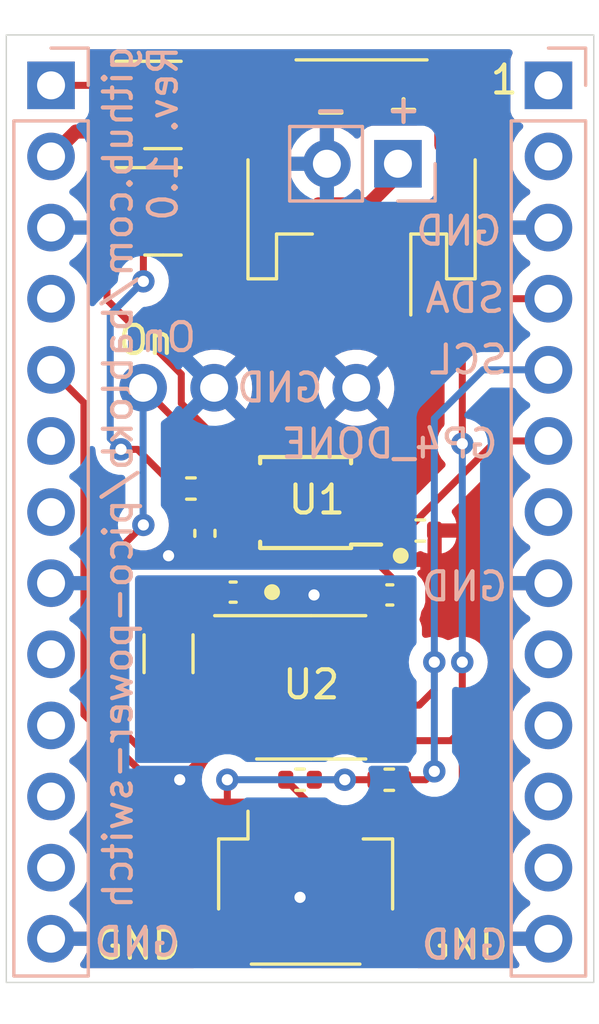
<source format=kicad_pcb>
(kicad_pcb (version 20211014) (generator pcbnew)
  (layers (0 "F.Cu" signal) (31 "B.Cu" signal) (34 "B.Paste" user) (35 "F.Paste" user) (36 "B.SilkS" user "B.Silkscreen") (37 "F.SilkS" user "F.Silkscreen") (38 "B.Mask" user) (39 "F.Mask" user) (44 "Edge.Cuts" user))
  (net 0 "")
  (net 1 "+BATT")
  (net 2 "GND")
  (net 3 "Net-(C3-Pad2)")
  (net 4 "/VSYS")
  (net 7 "/SDA")
  (net 8 "/SCL")
  (net 9 "/GP4_DONE")
  (net 10 "+3V3")
  (net 13 "Net-(U1-Pad2)")
  (net 14 "Net-(U2-Pad2)")
  (net 24 "/VBUS")
  (net 26 "Net-(Q1-Pad3)")
  (net 27 "/PC_GATE")
  (net 28 "/~{INT}")
  (footprint "Capacitor_SMD:C_0402_1005Metric" (layer "F.Cu") (at 106.51 118.1 180)
    (fp_text reference "C3" hide)
    (fp_text value "22pF")
    (fp_line (start -0.107836 -0.36) (end 0.107836 -0.36) (layer "F.SilkS") (width 0.12))
    (fp_line (start -0.107836 0.36) (end 0.107836 0.36) (layer "F.SilkS") (width 0.12))
    (pad "1" smd roundrect (at -0.48 0) (size 0.56 0.62) (layers "F.Cu" "F.Paste" "F.Mask") (net 2 "GND"))
    (pad "2" smd roundrect (at 0.48 0) (size 0.56 0.62) (layers "F.Cu" "F.Paste" "F.Mask") (net 3 "Net-(C3-Pad2)"))
  )
  (footprint "Connector_JST:JST_SH_SM04B-SRSS-TB_1x04-1MP_P1.00mm_Horizontal" (layer "F.Cu") (at 109.1 128.7)
    (fp_text reference "J5" hide)
    (fp_text value "Stemma-QT_Qwicc")
    (fp_line (start -3.11 -1.785) (end -2.06 -1.785) (layer "F.SilkS") (width 0.12))
    (fp_line (start -2.06 -1.785) (end -2.06 -2.775) (layer "F.SilkS") (width 0.12))
    (fp_line (start -1.94 2.685) (end 1.94 2.685) (layer "F.SilkS") (width 0.12))
    (fp_line (start -3.11 0.715) (end -3.11 -1.785) (layer "F.SilkS") (width 0.12))
    (fp_line (start 3.11 0.715) (end 3.11 -1.785) (layer "F.SilkS") (width 0.12))
    (fp_line (start 3.11 -1.785) (end 2.06 -1.785) (layer "F.SilkS") (width 0.12))
    (pad "1" smd roundrect (at -1.5 -2) (size 0.6 1.55) (layers "F.Cu" "F.Paste" "F.Mask") (net 2 "GND"))
    (pad "2" smd roundrect (at -0.5 -2) (size 0.6 1.55) (layers "F.Cu" "F.Paste" "F.Mask") (net 10 "+3V3"))
    (pad "3" smd roundrect (at 0.5 -2) (size 0.6 1.55) (layers "F.Cu" "F.Paste" "F.Mask") (net 7 "/SDA"))
    (pad "4" smd roundrect (at 1.5 -2) (size 0.6 1.55) (layers "F.Cu" "F.Paste" "F.Mask") (net 8 "/SCL"))
    (pad "MP" smd roundrect (at 2.8 1.875) (size 1.2 1.8) (layers "F.Cu" "F.Paste" "F.Mask") (roundrect_rratio 0.2083333333))
    (pad "MP" smd roundrect (at -2.8 1.875) (size 1.2 1.8) (layers "F.Cu" "F.Paste" "F.Mask") (roundrect_rratio 0.2083333333))
  )
  (footprint "Capacitor_SMD:C_0402_1005Metric" (layer "F.Cu") (at 105.5 116 -90)
    (fp_text reference "C1" hide)
    (fp_text value "100nF")
    (fp_line (start -0.107836 0.36) (end 0.107836 0.36) (layer "F.SilkS") (width 0.12))
    (fp_line (start -0.107836 -0.36) (end 0.107836 -0.36) (layer "F.SilkS") (width 0.12))
    (pad "1" smd roundrect (at -0.48 0 270) (size 0.56 0.62) (layers "F.Cu" "F.Paste" "F.Mask") (net 1 "+BATT"))
    (pad "2" smd roundrect (at 0.48 0 270) (size 0.56 0.62) (layers "F.Cu" "F.Paste" "F.Mask") (net 2 "GND"))
  )
  (footprint "Resistor_SMD:R_0402_1005Metric" (layer "F.Cu") (at 112.09 124.8 180)
    (fp_text reference "R3" hide)
    (fp_text value "10K")
    (fp_line (start -0.153641 0.38) (end 0.153641 0.38) (layer "F.SilkS") (width 0.12))
    (fp_line (start -0.153641 -0.38) (end 0.153641 -0.38) (layer "F.SilkS") (width 0.12))
    (pad "1" smd roundrect (at -0.51 0 180) (size 0.54 0.64) (layers "F.Cu" "F.Paste" "F.Mask") (net 8 "/SCL"))
    (pad "2" smd roundrect (at 0.51 0 180) (size 0.54 0.64) (layers "F.Cu" "F.Paste" "F.Mask") (net 10 "+3V3"))
  )
  (footprint "Crystal:Crystal_SMD_3215-2Pin_3.2x1.5mm" (layer "F.Cu") (at 104.2 120.3 -90)
    (fp_text reference "Y1" hide)
    (fp_text value "Crystal")
    (fp_line (start -0.675 0.875) (end 0.675 0.875) (layer "F.SilkS") (width 0.12))
    (fp_line (start -0.675 -0.875) (end 0.675 -0.875) (layer "F.SilkS") (width 0.12))
    (pad "1" smd rect (at 1.25 0) (size 1 1.8) (layers "F.Cu" "F.Paste" "F.Mask") (net 14 "Net-(U2-Pad2)"))
    (pad "2" smd rect (at -1.25 0) (size 1 1.8) (layers "F.Cu" "F.Paste" "F.Mask") (net 3 "Net-(C3-Pad2)"))
  )
  (footprint "Resistor_SMD:R_0402_1005Metric" (layer "F.Cu") (at 113.2 115.9 180)
    (fp_text reference "R1" hide)
    (fp_text value "100K")
    (fp_line (start -0.153641 0.38) (end 0.153641 0.38) (layer "F.SilkS") (width 0.12))
    (fp_line (start -0.153641 -0.38) (end 0.153641 -0.38) (layer "F.SilkS") (width 0.12))
    (pad "1" smd roundrect (at -0.51 0 180) (size 0.54 0.64) (layers "F.Cu" "F.Paste" "F.Mask") (net 2 "GND"))
    (pad "2" smd roundrect (at 0.51 0 180) (size 0.54 0.64) (layers "F.Cu" "F.Paste" "F.Mask") (net 9 "/GP4_DONE"))
  )
  (footprint "Package_TO_SOT_SMD:SOT-23" (layer "F.Cu") (at 104 104.5)
    (fp_text reference "Q2" hide)
    (fp_text value "AO3401A")
    (fp_line (start 0 -1.56) (end 0.65 -1.56) (layer "F.SilkS") (width 0.12))
    (fp_line (start 0 -1.56) (end -1.675 -1.56) (layer "F.SilkS") (width 0.12))
    (fp_line (start 0 1.56) (end -0.65 1.56) (layer "F.SilkS") (width 0.12))
    (fp_line (start 0 1.56) (end 0.65 1.56) (layer "F.SilkS") (width 0.12))
    (pad "1" smd roundrect (at -0.9375 -0.95) (size 1.475 0.6) (layers "F.Cu" "F.Paste" "F.Mask") (net 27 "/PC_GATE"))
    (pad "2" smd roundrect (at -0.9375 0.95) (size 1.475 0.6) (layers "F.Cu" "F.Paste" "F.Mask") (net 1 "+BATT"))
    (pad "3" smd roundrect (at 0.9375 0) (size 1.475 0.6) (layers "F.Cu" "F.Paste" "F.Mask") (net 26 "Net-(Q1-Pad3)"))
  )
  (footprint "Package_SO:TSSOP-8_3x3mm_P0.65mm" (layer "F.Cu") (at 109.1 114.9 180)
    (fp_text reference "U1" (at -0.4 0.1) (layer "F.SilkS"))
    (fp_text value "74LVC2G74")
    (fp_line (start -1.625 -1.5) (end -2.7 -1.5) (layer "F.SilkS") (width 0.15))
    (fp_line (start -1.625 1.625) (end 1.625 1.625) (layer "F.SilkS") (width 0.15))
    (fp_line (start 1.625 1.625) (end 1.625 1.4) (layer "F.SilkS") (width 0.15))
    (fp_line (start 1.625 -1.625) (end 1.625 -1.4) (layer "F.SilkS") (width 0.15))
    (fp_line (start -1.625 1.625) (end -1.625 1.4) (layer "F.SilkS") (width 0.15))
    (fp_line (start -1.625 -1.625) (end -1.625 -1.5) (layer "F.SilkS") (width 0.15))
    (fp_line (start -1.625 -1.625) (end 1.625 -1.625) (layer "F.SilkS") (width 0.15))
    (pad "1" smd rect (at -2.15 -0.975 180) (size 1.1 0.4) (layers "F.Cu" "F.Paste" "F.Mask") (net 9 "/GP4_DONE"))
    (pad "2" smd rect (at -2.15 -0.325 180) (size 1.1 0.4) (layers "F.Cu" "F.Paste" "F.Mask") (net 13 "Net-(U1-Pad2)"))
    (pad "3" smd rect (at -2.15 0.325 180) (size 1.1 0.4) (layers "F.Cu" "F.Paste" "F.Mask") (net 13 "Net-(U1-Pad2)"))
    (pad "4" smd rect (at -2.15 0.975 180) (size 1.1 0.4) (layers "F.Cu" "F.Paste" "F.Mask") (net 2 "GND"))
    (pad "5" smd rect (at 2.15 0.975 180) (size 1.1 0.4) (layers "F.Cu" "F.Paste" "F.Mask") (net 27 "/PC_GATE"))
    (pad "6" smd rect (at 2.15 0.325 180) (size 1.1 0.4) (layers "F.Cu" "F.Paste" "F.Mask") (net 28 "/~{INT}"))
    (pad "7" smd rect (at 2.15 -0.325 180) (size 1.1 0.4) (layers "F.Cu" "F.Paste" "F.Mask") (net 1 "+BATT"))
    (pad "8" smd rect (at 2.15 -0.975 180) (size 1.1 0.4) (layers "F.Cu" "F.Paste" "F.Mask") (net 1 "+BATT"))
  )
  (footprint "user:SW_PUSH_SLIM_1x4" (layer "F.Cu") (at 110.91 110.8 180)
    (fp_text reference "SW1" hide)
    (fp_text value "SW_Push_SLIM")
    (pad "1" thru_hole circle (at 0 0 180) (size 1.7 1.7) (drill 1) (layers *.Cu *.Mask) (net 2 "GND"))
    (pad "2" thru_hole circle (at 7.62 0 180) (size 1.7 1.7) (drill 1) (layers *.Cu *.Mask) (net 28 "/~{INT}"))
    (pad "3" thru_hole circle (at 5.08 0 180) (size 1.7 1.7) (drill 1) (layers *.Cu *.Mask) (net 2 "GND"))
  )
  (footprint "Resistor_SMD:R_0402_1005Metric" (layer "F.Cu") (at 105 114.4)
    (fp_text reference "R2" hide)
    (fp_text value "10K")
    (fp_line (start -0.153641 0.38) (end 0.153641 0.38) (layer "F.SilkS") (width 0.12))
    (fp_line (start -0.153641 -0.38) (end 0.153641 -0.38) (layer "F.SilkS") (width 0.12))
    (pad "1" smd roundrect (at -0.51 0) (size 0.54 0.64) (layers "F.Cu" "F.Paste" "F.Mask") (net 1 "+BATT"))
    (pad "2" smd roundrect (at 0.51 0) (size 0.54 0.64) (layers "F.Cu" "F.Paste" "F.Mask") (net 28 "/~{INT}"))
  )
  (footprint "Capacitor_SMD:C_0402_1005Metric" (layer "F.Cu") (at 112.11 118.2 180)
    (fp_text reference "C2" hide)
    (fp_text value "100nF")
    (fp_line (start -0.107836 -0.36) (end 0.107836 -0.36) (layer "F.SilkS") (width 0.12))
    (fp_line (start -0.107836 0.36) (end 0.107836 0.36) (layer "F.SilkS") (width 0.12))
    (pad "1" smd roundrect (at -0.48 0) (size 0.56 0.62) (layers "F.Cu" "F.Paste" "F.Mask") (net 1 "+BATT"))
    (pad "2" smd roundrect (at 0.48 0) (size 0.56 0.62) (layers "F.Cu" "F.Paste" "F.Mask") (net 2 "GND"))
  )
  (footprint "Package_TO_SOT_SMD:SOT-23" (layer "F.Cu") (at 104 100.7)
    (fp_text reference "Q1" hide)
    (fp_text value "AO3401A")
    (fp_line (start 0 1.56) (end 0.65 1.56) (layer "F.SilkS") (width 0.12))
    (fp_line (start 0 -1.56) (end 0.65 -1.56) (layer "F.SilkS") (width 0.12))
    (fp_line (start 0 -1.56) (end -1.675 -1.56) (layer "F.SilkS") (width 0.12))
    (fp_line (start 0 1.56) (end -0.65 1.56) (layer "F.SilkS") (width 0.12))
    (pad "1" smd roundrect (at -0.9375 -0.95) (size 1.475 0.6) (layers "F.Cu" "F.Paste" "F.Mask") (net 24 "/VBUS"))
    (pad "2" smd roundrect (at -0.9375 0.95) (size 1.475 0.6) (layers "F.Cu" "F.Paste" "F.Mask") (net 4 "/VSYS"))
    (pad "3" smd roundrect (at 0.9375 0) (size 1.475 0.6) (layers "F.Cu" "F.Paste" "F.Mask") (net 26 "Net-(Q1-Pad3)"))
  )
  (footprint "Package_SO:SOIC-8_3.9x4.9mm_P1.27mm" (layer "F.Cu") (at 109.3 121.5)
    (fp_text reference "U2" (at 0 -0.1) (layer "F.SilkS"))
    (fp_text value "PCF8563T")
    (fp_line (start 0 2.56) (end -1.95 2.56) (layer "F.SilkS") (width 0.12))
    (fp_line (start 0 -2.56) (end -3.45 -2.56) (layer "F.SilkS") (width 0.12))
    (fp_line (start 0 -2.56) (end 1.95 -2.56) (layer "F.SilkS") (width 0.12))
    (fp_line (start 0 2.56) (end 1.95 2.56) (layer "F.SilkS") (width 0.12))
    (pad "1" smd roundrect (at -2.475 -1.905) (size 1.95 0.6) (layers "F.Cu" "F.Paste" "F.Mask") (net 3 "Net-(C3-Pad2)"))
    (pad "2" smd roundrect (at -2.475 -0.635) (size 1.95 0.6) (layers "F.Cu" "F.Paste" "F.Mask") (net 14 "Net-(U2-Pad2)"))
    (pad "3" smd roundrect (at -2.475 0.635) (size 1.95 0.6) (layers "F.Cu" "F.Paste" "F.Mask") (net 28 "/~{INT}"))
    (pad "4" smd roundrect (at -2.475 1.905) (size 1.95 0.6) (layers "F.Cu" "F.Paste" "F.Mask") (net 2 "GND"))
    (pad "5" smd roundrect (at 2.475 1.905) (size 1.95 0.6) (layers "F.Cu" "F.Paste" "F.Mask") (net 7 "/SDA"))
    (pad "6" smd roundrect (at 2.475 0.635) (size 1.95 0.6) (layers "F.Cu" "F.Paste" "F.Mask") (net 8 "/SCL"))
    (pad "7" smd roundrect (at 2.475 -0.635) (size 1.95 0.6) (layers "F.Cu" "F.Paste" "F.Mask"))
    (pad "8" smd roundrect (at 2.475 -1.905) (size 1.95 0.6) (layers "F.Cu" "F.Paste" "F.Mask") (net 1 "+BATT"))
  )
  (footprint "Connector_JST:JST_PH_S2B-PH-SM4-TB_1x02-1MP_P2.00mm_Horizontal" (layer "F.Cu") (at 111.1 103.6 180)
    (fp_text reference "J1" hide)
    (fp_text value "JST-PH2 Bat")
    (fp_line (start 4.06 -3.31) (end 3.04 -3.31) (layer "F.SilkS") (width 0.12))
    (fp_line (start 3.04 -1.71) (end 1.76 -1.71) (layer "F.SilkS") (width 0.12))
    (fp_line (start 4.06 0.94) (end 4.06 -3.31) (layer "F.SilkS") (width 0.12))
    (fp_line (start -3.04 -3.31) (end -3.04 -1.71) (layer "F.SilkS") (width 0.12))
    (fp_line (start -4.06 -3.31) (end -3.04 -3.31) (layer "F.SilkS") (width 0.12))
    (fp_line (start -4.06 0.94) (end -4.06 -3.31) (layer "F.SilkS") (width 0.12))
    (fp_line (start -1.76 -1.71) (end -1.76 -4.6) (layer "F.SilkS") (width 0.12))
    (fp_line (start -3.04 -1.71) (end -1.76 -1.71) (layer "F.SilkS") (width 0.12))
    (fp_line (start -2.34 4.51) (end 2.34 4.51) (layer "F.SilkS") (width 0.12))
    (fp_line (start 3.04 -3.31) (end 3.04 -1.71) (layer "F.SilkS") (width 0.12))
    (pad "1" smd roundrect (at -1 -2.85 180) (size 1 3.5) (layers "F.Cu" "F.Paste" "F.Mask") (net 1 "+BATT"))
    (pad "2" smd roundrect (at 1 -2.85 180) (size 1 3.5) (layers "F.Cu" "F.Paste" "F.Mask") (net 2 "GND"))
    (pad "MP" smd roundrect (at -3.35 2.9 180) (size 1.5 3.4) (layers "F.Cu" "F.Paste" "F.Mask") (roundrect_rratio 0.1666673333))
    (pad "MP" smd roundrect (at 3.35 2.9 180) (size 1.5 3.4) (layers "F.Cu" "F.Paste" "F.Mask") (roundrect_rratio 0.1666673333))
  )
  (footprint "Resistor_SMD:R_0402_1005Metric" (layer "F.Cu") (at 108.9 124.8)
    (fp_text reference "R4" hide)
    (fp_text value "10K")
    (fp_line (start -0.153641 -0.38) (end 0.153641 -0.38) (layer "F.SilkS") (width 0.12))
    (fp_line (start -0.153641 0.38) (end 0.153641 0.38) (layer "F.SilkS") (width 0.12))
    (pad "1" smd roundrect (at -0.51 0) (size 0.54 0.64) (layers "F.Cu" "F.Paste" "F.Mask") (net 7 "/SDA"))
    (pad "2" smd roundrect (at 0.51 0) (size 0.54 0.64) (layers "F.Cu" "F.Paste" "F.Mask") (net 10 "+3V3"))
  )
  (footprint "Connector_PinHeader_2.54mm:PinHeader_1x13_P2.54mm_Vertical" (layer "B.Cu") (at 117.78 100 180)
    (fp_text reference "J2" hide)
    (fp_text value "Pico Pin 1-13" hide)
    (fp_line (start -1.33 0) (end -1.33 1.33) (layer "B.SilkS") (width 0.12))
    (fp_line (start -1.33 -1.27) (end -1.33 -31.81) (layer "B.SilkS") (width 0.12))
    (fp_line (start -1.33 -31.81) (end 1.33 -31.81) (layer "B.SilkS") (width 0.12))
    (fp_line (start 1.33 -1.27) (end 1.33 -31.81) (layer "B.SilkS") (width 0.12))
    (fp_line (start -1.33 1.33) (end 0 1.33) (layer "B.SilkS") (width 0.12))
    (fp_line (start -1.33 -1.27) (end 1.33 -1.27) (layer "B.SilkS") (width 0.12))
    (pad "1" thru_hole rect (at 0 0 180) (size 1.7 1.7) (drill 1) (layers *.Cu *.Mask))
    (pad "2" thru_hole oval (at 0 -2.54 180) (size 1.7 1.7) (drill 1) (layers *.Cu *.Mask))
    (pad "3" thru_hole oval (at 0 -5.08 180) (size 1.7 1.7) (drill 1) (layers *.Cu *.Mask) (net 2 "GND"))
    (pad "4" thru_hole oval (at 0 -7.62 180) (size 1.7 1.7) (drill 1) (layers *.Cu *.Mask) (net 7 "/SDA"))
    (pad "5" thru_hole oval (at 0 -10.16 180) (size 1.7 1.7) (drill 1) (layers *.Cu *.Mask) (net 8 "/SCL"))
    (pad "6" thru_hole oval (at 0 -12.7 180) (size 1.7 1.7) (drill 1) (layers *.Cu *.Mask) (net 9 "/GP4_DONE"))
    (pad "7" thru_hole oval (at 0 -15.24 180) (size 1.7 1.7) (drill 1) (layers *.Cu *.Mask))
    (pad "8" thru_hole oval (at 0 -17.78 180) (size 1.7 1.7) (drill 1) (layers *.Cu *.Mask) (net 2 "GND"))
    (pad "9" thru_hole oval (at 0 -20.32 180) (size 1.7 1.7) (drill 1) (layers *.Cu *.Mask))
    (pad "10" thru_hole oval (at 0 -22.86 180) (size 1.7 1.7) (drill 1) (layers *.Cu *.Mask))
    (pad "11" thru_hole oval (at 0 -25.4 180) (size 1.7 1.7) (drill 1) (layers *.Cu *.Mask))
    (pad "12" thru_hole oval (at 0 -27.94 180) (size 1.7 1.7) (drill 1) (layers *.Cu *.Mask))
    (pad "13" thru_hole oval (at 0 -30.48 180) (size 1.7 1.7) (drill 1) (layers *.Cu *.Mask) (net 2 "GND"))
  )
  (footprint "Connector_PinHeader_2.54mm:PinHeader_1x13_P2.54mm_Vertical" (layer "B.Cu") (at 100 100 180)
    (fp_text reference "J3" hide)
    (fp_text value "Pico Pin 40-28" hide)
    (fp_line (start -1.33 -31.81) (end 1.33 -31.81) (layer "B.SilkS") (width 0.12))
    (fp_line (start -1.33 -1.27) (end -1.33 -31.81) (layer "B.SilkS") (width 0.12))
    (fp_line (start -1.33 -1.27) (end 1.33 -1.27) (layer "B.SilkS") (width 0.12))
    (fp_line (start 1.33 -1.27) (end 1.33 -31.81) (layer "B.SilkS") (width 0.12))
    (fp_line (start -1.33 0) (end -1.33 1.33) (layer "B.SilkS") (width 0.12))
    (fp_line (start -1.33 1.33) (end 0 1.33) (layer "B.SilkS") (width 0.12))
    (pad "1" thru_hole rect (at 0 0 180) (size 1.7 1.7) (drill 1) (layers *.Cu *.Mask) (net 24 "/VBUS"))
    (pad "2" thru_hole oval (at 0 -2.54 180) (size 1.7 1.7) (drill 1) (layers *.Cu *.Mask) (net 4 "/VSYS"))
    (pad "3" thru_hole oval (at 0 -5.08 180) (size 1.7 1.7) (drill 1) (layers *.Cu *.Mask) (net 2 "GND"))
    (pad "4" thru_hole oval (at 0 -7.62 180) (size 1.7 1.7) (drill 1) (layers *.Cu *.Mask))
    (pad "5" thru_hole oval (at 0 -10.16 180) (size 1.7 1.7) (drill 1) (layers *.Cu *.Mask) (net 10 "+3V3"))
    (pad "6" thru_hole oval (at 0 -12.7 180) (size 1.7 1.7) (drill 1) (layers *.Cu *.Mask))
    (pad "7" thru_hole oval (at 0 -15.24 180) (size 1.7 1.7) (drill 1) (layers *.Cu *.Mask))
    (pad "8" thru_hole oval (at 0 -17.78 180) (size 1.7 1.7) (drill 1) (layers *.Cu *.Mask) (net 2 "GND"))
    (pad "9" thru_hole oval (at 0 -20.32 180) (size 1.7 1.7) (drill 1) (layers *.Cu *.Mask))
    (pad "10" thru_hole oval (at 0 -22.86 180) (size 1.7 1.7) (drill 1) (layers *.Cu *.Mask))
    (pad "11" thru_hole oval (at 0 -25.4 180) (size 1.7 1.7) (drill 1) (layers *.Cu *.Mask))
    (pad "12" thru_hole oval (at 0 -27.94 180) (size 1.7 1.7) (drill 1) (layers *.Cu *.Mask))
    (pad "13" thru_hole oval (at 0 -30.48 180) (size 1.7 1.7) (drill 1) (layers *.Cu *.Mask) (net 2 "GND"))
  )
  (footprint "Connector_PinHeader_2.54mm:PinHeader_1x02_P2.54mm_Vertical" (layer "B.Cu") (at 112.4 102.8 90)
    (fp_text reference "J4" hide)
    (fp_text value "Alt-Bat" hide)
    (fp_line (start -1.33 0) (end -1.33 1.33) (layer "B.SilkS") (width 0.12))
    (fp_line (start -1.33 -1.27) (end -1.33 -3.87) (layer "B.SilkS") (width 0.12))
    (fp_line (start 1.33 -1.27) (end 1.33 -3.87) (layer "B.SilkS") (width 0.12))
    (fp_line (start -1.33 1.33) (end 0 1.33) (layer "B.SilkS") (width 0.12))
    (fp_line (start -1.33 -3.87) (end 1.33 -3.87) (layer "B.SilkS") (width 0.12))
    (fp_line (start -1.33 -1.27) (end 1.33 -1.27) (layer "B.SilkS") (width 0.12))
    (pad "1" thru_hole rect (at 0 0 90) (size 1.7 1.7) (drill 1) (layers *.Cu *.Mask) (net 1 "+BATT"))
    (pad "2" thru_hole oval (at 0 -2.54 90) (size 1.7 1.7) (drill 1) (layers *.Cu *.Mask) (net 2 "GND"))
  )
  (gr_circle (center 112.5 116.8) (end 112.5 116.576393) (layer "F.SilkS") (width 0.12) (fill solid))
  (gr_circle (center 107.9 118.1) (end 107.9 117.876393) (layer "F.SilkS") (width 0.12) (fill solid))
  (gr_rect (start 98.4 98.2) (end 119.4 132.04) (layer "Edge.Cuts") (width 0.05) (fill none))
  (gr_text "GP4_DONE" (at 112.1 112.8) (layer "B.SilkS") (effects (font (size 1 1)) (justify mirror)))
  (gr_text "GND" (at 104.7 130.6) (layer "B.SilkS") (effects (font (size 1 1)) (justify left mirror)))
  (gr_text "SCL" (at 116.4 109.8) (layer "B.SilkS") (effects (font (size 1 1)) (justify left mirror)))
  (gr_text "GND" (at 116.4 130.7) (layer "B.SilkS") (effects (font (size 1 1)) (justify left mirror)))
  (gr_text "github.com/bablokb/pico-power-switch\nRev. 1.0" (at 103.2 98.5 90) (layer "B.SilkS") (effects (font (size 1 1)) (justify left mirror)))
  (gr_text "-" (at 110 101 180) (layer "B.SilkS") (effects (font (size 1 1)) (justify mirror)))
  (gr_text "GND" (at 109.8 110.8) (layer "B.SilkS") (effects (font (size 1 1)) (justify left mirror)))
  (gr_text "SDA" (at 116.3 107.6) (layer "B.SilkS") (effects (font (size 1 1)) (justify left mirror)))
  (gr_text "+" (at 112.6 101 180) (layer "B.SilkS") (effects (font (size 1 1)) (justify mirror)))
  (gr_text "GND" (at 116.2 105.2) (layer "B.SilkS") (effects (font (size 1 1)) (justify left mirror)))
  (gr_text "GND" (at 116.4 117.9) (layer "B.SilkS") (effects (font (size 1 1)) (justify left mirror)))
  (gr_text "On" (at 104.2 109) (layer "B.SilkS") (effects (font (size 1 1)) (justify mirror)))
  (gr_text "+" (at 112.6 100.8) (layer "F.SilkS") (effects (font (size 1 1))))
  (gr_text "1" (at 116.2 99.8) (layer "F.SilkS") (effects (font (size 1 1))))
  (gr_text "-" (at 110 100.9) (layer "F.SilkS") (effects (font (size 1 1))))
  (gr_text "GND" (at 103.1 130.7) (layer "F.SilkS") (effects (font (size 1 1))))
  (gr_text "GND" (at 114.8 130.7) (layer "F.SilkS") (effects (font (size 1 1))))
  (gr_text "On" (at 103.4 109.1) (layer "F.SilkS") (effects (font (size 1 1))))
  (segment (start 112.1 105) (end 112.1 106.45) (width 0.5) (layer "F.Cu") (net 1))
  (segment (start 106.95 115.225) (end 106.95 115.875) (width 0.25) (layer "F.Cu") (net 1))
  (segment (start 106.95 115.225) (end 105.795 115.225) (width 0.25) (layer "F.Cu") (net 1))
  (segment (start 102.5 113) (end 103.09 113) (width 0.25) (layer "F.Cu") (net 1))
  (segment (start 104.49 114.51) (end 105.5 115.52) (width 0.25) (layer "F.Cu") (net 1))
  (segment (start 105.795 115.225) (end 105.5 115.52) (width 0.25) (layer "F.Cu") (net 1))
  (segment (start 111.6 117) (end 112.59 117.99) (width 0.25) (layer "F.Cu") (net 1))
  (segment (start 111.35 104.25) (end 112.1 105) (width 0.5) (layer "F.Cu") (net 1))
  (segment (start 112.59 118.78) (end 111.775 119.595) (width 0.25) (layer "F.Cu") (net 1))
  (segment (start 108.075 117) (end 111.6 117) (width 0.25) (layer "F.Cu") (net 1))
  (segment (start 109.560051 104.25) (end 111.35 104.25) (width 0.5) (layer "F.Cu") (net 1))
  (segment (start 112.59 118.2) (end 112.59 118.78) (width 0.25) (layer "F.Cu") (net 1))
  (segment (start 103.3 107) (end 103.3 105.6875) (width 0.25) (layer "F.Cu") (net 1))
  (segment (start 111.35 104.25) (end 112.4 103.2) (width 0.5) (layer "F.Cu") (net 1))
  (segment (start 106.95 115.875) (end 108.075 117) (width 0.25) (layer "F.Cu") (net 1))
  (segment (start 104.49 114.4) (end 104.49 114.51) (width 0.25) (layer "F.Cu") (net 1))
  (segment (start 108.360051 105.45) (end 109.560051 104.25) (width 0.5) (layer "F.Cu") (net 1))
  (segment (start 112.4 103.2) (end 112.4 102.8) (width 0.5) (layer "F.Cu") (net 1))
  (segment (start 103.0625 105.45) (end 108.360051 105.45) (width 0.5) (layer "F.Cu") (net 1))
  (segment (start 103.09 113) (end 104.49 114.4) (width 0.25) (layer "F.Cu") (net 1))
  (segment (start 103.3 105.6875) (end 103.0625 105.45) (width 0.25) (layer "F.Cu") (net 1))
  (segment (start 112.59 117.99) (end 112.59 118.2) (width 0.25) (layer "F.Cu") (net 1))
  (via (at 102.5 113) (size 0.8) (drill 0.4) (layers "F.Cu" "B.Cu") (net 1))
  (via (at 103.3 107) (size 0.8) (drill 0.4) (layers "F.Cu" "B.Cu") (net 1))
  (segment (start 102.115 112.615) (end 102.115 108.185) (width 0.25) (layer "B.Cu") (net 1))
  (segment (start 102.115 108.185) (end 103.3 107) (width 0.25) (layer "B.Cu") (net 1))
  (segment (start 102.5 113) (end 102.115 112.615) (width 0.25) (layer "B.Cu") (net 1))
  (segment (start 105.995 123.405) (end 104.6 124.8) (width 0.25) (layer "F.Cu") (net 2))
  (segment (start 106.825 123.405) (end 105.995 123.405) (width 0.25) (layer "F.Cu") (net 2))
  (via (at 104.2 116.8) (size 0.8) (drill 0.4) (layers "F.Cu" "B.Cu") (net 2))
  (via (at 104.6 124.8) (size 0.8) (drill 0.4) (layers "F.Cu" "B.Cu") (net 2))
  (via (at 108.9 129) (size 0.8) (drill 0.4) (layers "F.Cu" "B.Cu") (net 2))
  (via (at 109.4 118.2) (size 0.8) (drill 0.4) (layers "F.Cu" "B.Cu") (net 2))
  (segment (start 106.825 119.595) (end 104.745 119.595) (width 0.25) (layer "F.Cu") (net 3))
  (segment (start 106.03 118.8) (end 106.03 118.1) (width 0.25) (layer "F.Cu") (net 3))
  (segment (start 104.745 119.595) (end 104.2 119.05) (width 0.25) (layer "F.Cu") (net 3))
  (segment (start 106.825 119.595) (end 106.03 118.8) (width 0.25) (layer "F.Cu") (net 3))
  (segment (start 100.89 101.65) (end 100 102.54) (width 0.5) (layer "F.Cu") (net 4))
  (segment (start 103.0625 101.65) (end 100.89 101.65) (width 0.5) (layer "F.Cu") (net 4))
  (segment (start 111.775 123.405) (end 114.295 123.405) (width 0.25) (layer "F.Cu") (net 7))
  (segment (start 116.02 107.62) (end 114.7 108.94) (width 0.25) (layer "F.Cu") (net 7))
  (segment (start 113.6 128.1) (end 114.7 127) (width 0.25) (layer "F.Cu") (net 7))
  (segment (start 114.7 127) (end 114.7 123) (width 0.25) (layer "F.Cu") (net 7))
  (segment (start 109.6 126.7) (end 109.6 127.5) (width 0.25) (layer "F.Cu") (net 7))
  (segment (start 114.7 123) (end 114.7 120.6) (width 0.25) (layer "F.Cu") (net 7))
  (segment (start 109.6 127.5) (end 110.2 128.1) (width 0.25) (layer "F.Cu") (net 7))
  (segment (start 109.6 126.7) (end 109.6 126.01) (width 0.25) (layer "F.Cu") (net 7))
  (segment (start 109.6 126.01) (end 108.39 124.8) (width 0.25) (layer "F.Cu") (net 7))
  (segment (start 117.78 107.62) (end 116.02 107.62) (width 0.25) (layer "F.Cu") (net 7))
  (segment (start 114.7 108.94) (end 114.7 112.8) (width 0.25) (layer "F.Cu") (net 7))
  (segment (start 110.2 128.1) (end 113.6 128.1) (width 0.25) (layer "F.Cu") (net 7))
  (segment (start 114.295 123.405) (end 114.7 123) (width 0.25) (layer "F.Cu") (net 7))
  (via (at 114.7 112.8) (size 0.8) (drill 0.4) (layers "F.Cu" "B.Cu") (net 7))
  (via (at 114.7 120.6) (size 0.8) (drill 0.4) (layers "F.Cu" "B.Cu") (net 7))
  (segment (start 114.7 120.6) (end 114.7 112.8) (width 0.25) (layer "B.Cu") (net 7))
  (segment (start 110.6 126.7) (end 111.4 126.7) (width 0.25) (layer "F.Cu") (net 8))
  (segment (start 113.4 124.8) (end 113.7 124.5) (width 0.25) (layer "F.Cu") (net 8))
  (segment (start 113.165 122.135) (end 113.7 121.6) (width 0.25) (layer "F.Cu") (net 8))
  (segment (start 111.4 126.7) (end 112.6 125.5) (width 0.25) (layer "F.Cu") (net 8))
  (segment (start 111.775 122.135) (end 113.165 122.135) (width 0.25) (layer "F.Cu") (net 8))
  (segment (start 112.6 125.5) (end 112.6 124.8) (width 0.25) (layer "F.Cu") (net 8))
  (segment (start 113.7 121.6) (end 113.7 120.6) (width 0.25) (layer "F.Cu") (net 8))
  (segment (start 112.6 124.8) (end 113.4 124.8) (width 0.25) (layer "F.Cu") (net 8))
  (via (at 113.7 120.6) (size 0.8) (drill 0.4) (layers "F.Cu" "B.Cu") (net 8))
  (via (at 113.7 124.5) (size 0.8) (drill 0.4) (layers "F.Cu" "B.Cu") (net 8))
  (segment (start 113.7 124.5) (end 113.7 120.6) (width 0.25) (layer "B.Cu") (net 8))
  (segment (start 117.78 110.16) (end 115.44 110.16) (width 0.25) (layer "B.Cu") (net 8))
  (segment (start 115.44 110.16) (end 113.7 111.9) (width 0.25) (layer "B.Cu") (net 8))
  (segment (start 113.7 111.9) (end 113.7 120.6) (width 0.25) (layer "B.Cu") (net 8))
  (segment (start 111.25 115.875) (end 112.665 115.875) (width 0.25) (layer "F.Cu") (net 9))
  (segment (start 112.7 115.9) (end 115.9 112.7) (width 0.25) (layer "F.Cu") (net 9))
  (segment (start 112.665 115.875) (end 112.69 115.9) (width 0.25) (layer "F.Cu") (net 9))
  (segment (start 115.9 112.7) (end 117.78 112.7) (width 0.25) (layer "F.Cu") (net 9))
  (segment (start 112.69 115.9) (end 112.7 115.9) (width 0.25) (layer "F.Cu") (net 9))
  (segment (start 106.3 124.8) (end 106.3 125.6) (width 0.25) (layer "F.Cu") (net 10))
  (segment (start 110.5 124.8) (end 109.41 124.8) (width 0.25) (layer "F.Cu") (net 10))
  (segment (start 108.6 126.253249) (end 108.6 126.7) (width 0.25) (layer "F.Cu") (net 10))
  (segment (start 101.175 111.335) (end 101.175 122.475) (width 0.25) (layer "F.Cu") (net 10))
  (segment (start 110.5 124.8) (end 111.58 124.8) (width 0.25) (layer "F.Cu") (net 10))
  (segment (start 100 110.16) (end 101.175 111.335) (width 0.25) (layer "F.Cu") (net 10))
  (segment (start 107.946751 125.6) (end 108.6 126.253249) (width 0.25) (layer "F.Cu") (net 10))
  (segment (start 104.3 125.6) (end 106.3 125.6) (width 0.25) (layer "F.Cu") (net 10))
  (segment (start 101.175 122.475) (end 104.3 125.6) (width 0.25) (layer "F.Cu") (net 10))
  (segment (start 106.3 125.6) (end 107.946751 125.6) (width 0.25) (layer "F.Cu") (net 10))
  (via (at 106.3 124.8) (size 0.8) (drill 0.4) (layers "F.Cu" "B.Cu") (net 10))
  (via (at 110.5 124.8) (size 0.8) (drill 0.4) (layers "F.Cu" "B.Cu") (net 10))
  (segment (start 106.3 124.8) (end 110.5 124.8) (width 0.25) (layer "B.Cu") (net 10))
  (segment (start 111.25 114.575) (end 111.25 115.225) (width 0.25) (layer "F.Cu") (net 13))
  (segment (start 106.825 120.865) (end 104.885 120.865) (width 0.25) (layer "F.Cu") (net 14))
  (segment (start 104.885 120.865) (end 104.2 121.55) (width 0.25) (layer "F.Cu") (net 14))
  (segment (start 103.0625 99.75) (end 102.8125 100) (width 0.25) (layer "F.Cu") (net 24))
  (segment (start 102.8125 100) (end 100 100) (width 0.25) (layer "F.Cu") (net 24))
  (segment (start 104.9375 100.7) (end 104.9375 104.5) (width 0.5) (layer "F.Cu") (net 26))
  (segment (start 102 107.658299) (end 104.655 110.313299) (width 0.25) (layer "F.Cu") (net 27))
  (segment (start 102 104.6125) (end 102 107.658299) (width 0.25) (layer "F.Cu") (net 27))
  (segment (start 104.655 110.313299) (end 104.655 111.355) (width 0.25) (layer "F.Cu") (net 27))
  (segment (start 104.655 111.355) (end 106.95 113.65) (width 0.25) (layer "F.Cu") (net 27))
  (segment (start 103.0625 103.55) (end 102 104.6125) (width 0.25) (layer "F.Cu") (net 27))
  (segment (start 106.95 113.65) (end 106.95 113.925) (width 0.25) (layer "F.Cu") (net 27))
  (segment (start 105.51 113.02) (end 103.29 110.8) (width 0.25) (layer "F.Cu") (net 28))
  (segment (start 101.9 117.1) (end 103.3 115.7) (width 0.25) (layer "F.Cu") (net 28))
  (segment (start 104.7 123.8) (end 103.3 123.8) (width 0.25) (layer "F.Cu") (net 28))
  (segment (start 106.95 114.575) (end 105.685 114.575) (width 0.25) (layer "F.Cu") (net 28))
  (segment (start 101.9 122.4) (end 101.9 117.1) (width 0.25) (layer "F.Cu") (net 28))
  (segment (start 105.685 114.575) (end 105.51 114.4) (width 0.25) (layer "F.Cu") (net 28))
  (segment (start 105.51 114.4) (end 105.51 113.02) (width 0.25) (layer "F.Cu") (net 28))
  (segment (start 103.3 123.8) (end 101.9 122.4) (width 0.25) (layer "F.Cu") (net 28))
  (segment (start 106.365 122.135) (end 104.7 123.8) (width 0.25) (layer "F.Cu") (net 28))
  (segment (start 106.825 122.135) (end 106.365 122.135) (width 0.25) (layer "F.Cu") (net 28))
  (via (at 103.3 115.7) (size 0.8) (drill 0.4) (layers "F.Cu" "B.Cu") (net 28))
  (segment (start 103.3 115.7) (end 103.29 115.69) (width 0.25) (layer "B.Cu") (net 28))
  (segment (start 103.29 115.69) (end 103.29 110.8) (width 0.25) (layer "B.Cu") (net 28))
  (zone (net 2) (net_name "GND") (layer "F.Cu") (connect_pads (clearance 0.508)) (min_thickness 0.254) (fill yes (thermal_gap 0.508) (thermal_bridge_width 0.508))
    (polygon (pts (xy 119.4 132) (xy 98.4 132) (xy 98.4 98.2) (xy 119.5 98.2)))
    (polygon (pts (xy 113.2 117.2) (xy 102.8 117.2) (xy 102.8 124.4) (xy 103 124.4) (xy 103 117.3) (xy 113.2 117.3)))
  )
  (zone (net 2) (net_name "GND") (layer "B.Cu") (connect_pads (clearance 0.508)) (min_thickness 0.254) (fill yes (thermal_gap 0.508) (thermal_bridge_width 0.508))
    (polygon (pts (xy 113.1 124.2) (xy 103 124.2) (xy 103 117.5) (xy 113.1 117.5)))
  )
  (zone (net 2) (net_name "GND") (layer "B.Cu") (connect_pads (clearance 0.508)) (min_thickness 0.254) (fill yes (thermal_gap 0.508) (thermal_bridge_width 0.508))
    (polygon (pts (xy 119.4 132) (xy 98.4 132) (xy 98.4 98.2) (xy 119.4 98.2)))
    (polygon (pts (xy 113.2 117.3) (xy 102.8 117.3) (xy 102.8 124.4) (xy 103 124.4) (xy 103 124.3) (xy 113.2 124.3)))
  )
)
</source>
